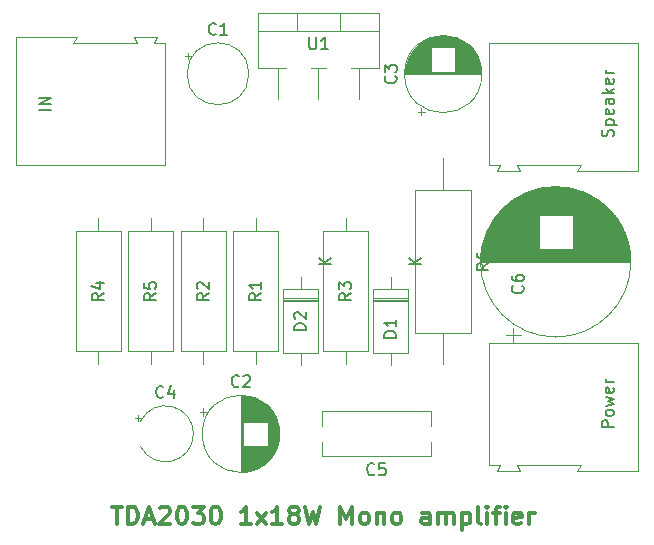
<source format=gbr>
G04 #@! TF.GenerationSoftware,KiCad,Pcbnew,(5.0.0)*
G04 #@! TF.CreationDate,2018-07-25T01:58:25+02:00*
G04 #@! TF.ProjectId,tda2030MonoAmplifier,746461323033304D6F6E6F416D706C69,rev?*
G04 #@! TF.SameCoordinates,Original*
G04 #@! TF.FileFunction,Legend,Top*
G04 #@! TF.FilePolarity,Positive*
%FSLAX46Y46*%
G04 Gerber Fmt 4.6, Leading zero omitted, Abs format (unit mm)*
G04 Created by KiCad (PCBNEW (5.0.0)) date 07/25/18 01:58:25*
%MOMM*%
%LPD*%
G01*
G04 APERTURE LIST*
%ADD10C,0.300000*%
%ADD11C,0.120000*%
%ADD12C,0.150000*%
G04 APERTURE END LIST*
D10*
X114822142Y-140148571D02*
X115679285Y-140148571D01*
X115250714Y-141648571D02*
X115250714Y-140148571D01*
X116179285Y-141648571D02*
X116179285Y-140148571D01*
X116536428Y-140148571D01*
X116750714Y-140220000D01*
X116893571Y-140362857D01*
X116965000Y-140505714D01*
X117036428Y-140791428D01*
X117036428Y-141005714D01*
X116965000Y-141291428D01*
X116893571Y-141434285D01*
X116750714Y-141577142D01*
X116536428Y-141648571D01*
X116179285Y-141648571D01*
X117607857Y-141220000D02*
X118322142Y-141220000D01*
X117465000Y-141648571D02*
X117965000Y-140148571D01*
X118465000Y-141648571D01*
X118893571Y-140291428D02*
X118965000Y-140220000D01*
X119107857Y-140148571D01*
X119465000Y-140148571D01*
X119607857Y-140220000D01*
X119679285Y-140291428D01*
X119750714Y-140434285D01*
X119750714Y-140577142D01*
X119679285Y-140791428D01*
X118822142Y-141648571D01*
X119750714Y-141648571D01*
X120679285Y-140148571D02*
X120822142Y-140148571D01*
X120965000Y-140220000D01*
X121036428Y-140291428D01*
X121107857Y-140434285D01*
X121179285Y-140720000D01*
X121179285Y-141077142D01*
X121107857Y-141362857D01*
X121036428Y-141505714D01*
X120965000Y-141577142D01*
X120822142Y-141648571D01*
X120679285Y-141648571D01*
X120536428Y-141577142D01*
X120465000Y-141505714D01*
X120393571Y-141362857D01*
X120322142Y-141077142D01*
X120322142Y-140720000D01*
X120393571Y-140434285D01*
X120465000Y-140291428D01*
X120536428Y-140220000D01*
X120679285Y-140148571D01*
X121679285Y-140148571D02*
X122607857Y-140148571D01*
X122107857Y-140720000D01*
X122322142Y-140720000D01*
X122465000Y-140791428D01*
X122536428Y-140862857D01*
X122607857Y-141005714D01*
X122607857Y-141362857D01*
X122536428Y-141505714D01*
X122465000Y-141577142D01*
X122322142Y-141648571D01*
X121893571Y-141648571D01*
X121750714Y-141577142D01*
X121679285Y-141505714D01*
X123536428Y-140148571D02*
X123679285Y-140148571D01*
X123822142Y-140220000D01*
X123893571Y-140291428D01*
X123965000Y-140434285D01*
X124036428Y-140720000D01*
X124036428Y-141077142D01*
X123965000Y-141362857D01*
X123893571Y-141505714D01*
X123822142Y-141577142D01*
X123679285Y-141648571D01*
X123536428Y-141648571D01*
X123393571Y-141577142D01*
X123322142Y-141505714D01*
X123250714Y-141362857D01*
X123179285Y-141077142D01*
X123179285Y-140720000D01*
X123250714Y-140434285D01*
X123322142Y-140291428D01*
X123393571Y-140220000D01*
X123536428Y-140148571D01*
X126607857Y-141648571D02*
X125750714Y-141648571D01*
X126179285Y-141648571D02*
X126179285Y-140148571D01*
X126036428Y-140362857D01*
X125893571Y-140505714D01*
X125750714Y-140577142D01*
X127107857Y-141648571D02*
X127893571Y-140648571D01*
X127107857Y-140648571D02*
X127893571Y-141648571D01*
X129250714Y-141648571D02*
X128393571Y-141648571D01*
X128822142Y-141648571D02*
X128822142Y-140148571D01*
X128679285Y-140362857D01*
X128536428Y-140505714D01*
X128393571Y-140577142D01*
X130107857Y-140791428D02*
X129965000Y-140720000D01*
X129893571Y-140648571D01*
X129822142Y-140505714D01*
X129822142Y-140434285D01*
X129893571Y-140291428D01*
X129965000Y-140220000D01*
X130107857Y-140148571D01*
X130393571Y-140148571D01*
X130536428Y-140220000D01*
X130607857Y-140291428D01*
X130679285Y-140434285D01*
X130679285Y-140505714D01*
X130607857Y-140648571D01*
X130536428Y-140720000D01*
X130393571Y-140791428D01*
X130107857Y-140791428D01*
X129965000Y-140862857D01*
X129893571Y-140934285D01*
X129822142Y-141077142D01*
X129822142Y-141362857D01*
X129893571Y-141505714D01*
X129965000Y-141577142D01*
X130107857Y-141648571D01*
X130393571Y-141648571D01*
X130536428Y-141577142D01*
X130607857Y-141505714D01*
X130679285Y-141362857D01*
X130679285Y-141077142D01*
X130607857Y-140934285D01*
X130536428Y-140862857D01*
X130393571Y-140791428D01*
X131179285Y-140148571D02*
X131536428Y-141648571D01*
X131822142Y-140577142D01*
X132107857Y-141648571D01*
X132465000Y-140148571D01*
X134179285Y-141648571D02*
X134179285Y-140148571D01*
X134679285Y-141220000D01*
X135179285Y-140148571D01*
X135179285Y-141648571D01*
X136107857Y-141648571D02*
X135965000Y-141577142D01*
X135893571Y-141505714D01*
X135822142Y-141362857D01*
X135822142Y-140934285D01*
X135893571Y-140791428D01*
X135965000Y-140720000D01*
X136107857Y-140648571D01*
X136322142Y-140648571D01*
X136465000Y-140720000D01*
X136536428Y-140791428D01*
X136607857Y-140934285D01*
X136607857Y-141362857D01*
X136536428Y-141505714D01*
X136465000Y-141577142D01*
X136322142Y-141648571D01*
X136107857Y-141648571D01*
X137250714Y-140648571D02*
X137250714Y-141648571D01*
X137250714Y-140791428D02*
X137322142Y-140720000D01*
X137465000Y-140648571D01*
X137679285Y-140648571D01*
X137822142Y-140720000D01*
X137893571Y-140862857D01*
X137893571Y-141648571D01*
X138822142Y-141648571D02*
X138679285Y-141577142D01*
X138607857Y-141505714D01*
X138536428Y-141362857D01*
X138536428Y-140934285D01*
X138607857Y-140791428D01*
X138679285Y-140720000D01*
X138822142Y-140648571D01*
X139036428Y-140648571D01*
X139179285Y-140720000D01*
X139250714Y-140791428D01*
X139322142Y-140934285D01*
X139322142Y-141362857D01*
X139250714Y-141505714D01*
X139179285Y-141577142D01*
X139036428Y-141648571D01*
X138822142Y-141648571D01*
X141750714Y-141648571D02*
X141750714Y-140862857D01*
X141679285Y-140720000D01*
X141536428Y-140648571D01*
X141250714Y-140648571D01*
X141107857Y-140720000D01*
X141750714Y-141577142D02*
X141607857Y-141648571D01*
X141250714Y-141648571D01*
X141107857Y-141577142D01*
X141036428Y-141434285D01*
X141036428Y-141291428D01*
X141107857Y-141148571D01*
X141250714Y-141077142D01*
X141607857Y-141077142D01*
X141750714Y-141005714D01*
X142465000Y-141648571D02*
X142465000Y-140648571D01*
X142465000Y-140791428D02*
X142536428Y-140720000D01*
X142679285Y-140648571D01*
X142893571Y-140648571D01*
X143036428Y-140720000D01*
X143107857Y-140862857D01*
X143107857Y-141648571D01*
X143107857Y-140862857D02*
X143179285Y-140720000D01*
X143322142Y-140648571D01*
X143536428Y-140648571D01*
X143679285Y-140720000D01*
X143750714Y-140862857D01*
X143750714Y-141648571D01*
X144465000Y-140648571D02*
X144465000Y-142148571D01*
X144465000Y-140720000D02*
X144607857Y-140648571D01*
X144893571Y-140648571D01*
X145036428Y-140720000D01*
X145107857Y-140791428D01*
X145179285Y-140934285D01*
X145179285Y-141362857D01*
X145107857Y-141505714D01*
X145036428Y-141577142D01*
X144893571Y-141648571D01*
X144607857Y-141648571D01*
X144465000Y-141577142D01*
X146036428Y-141648571D02*
X145893571Y-141577142D01*
X145822142Y-141434285D01*
X145822142Y-140148571D01*
X146607857Y-141648571D02*
X146607857Y-140648571D01*
X146607857Y-140148571D02*
X146536428Y-140220000D01*
X146607857Y-140291428D01*
X146679285Y-140220000D01*
X146607857Y-140148571D01*
X146607857Y-140291428D01*
X147107857Y-140648571D02*
X147679285Y-140648571D01*
X147322142Y-141648571D02*
X147322142Y-140362857D01*
X147393571Y-140220000D01*
X147536428Y-140148571D01*
X147679285Y-140148571D01*
X148179285Y-141648571D02*
X148179285Y-140648571D01*
X148179285Y-140148571D02*
X148107857Y-140220000D01*
X148179285Y-140291428D01*
X148250714Y-140220000D01*
X148179285Y-140148571D01*
X148179285Y-140291428D01*
X149465000Y-141577142D02*
X149322142Y-141648571D01*
X149036428Y-141648571D01*
X148893571Y-141577142D01*
X148822142Y-141434285D01*
X148822142Y-140862857D01*
X148893571Y-140720000D01*
X149036428Y-140648571D01*
X149322142Y-140648571D01*
X149465000Y-140720000D01*
X149536428Y-140862857D01*
X149536428Y-141005714D01*
X148822142Y-141148571D01*
X150179285Y-141648571D02*
X150179285Y-140648571D01*
X150179285Y-140934285D02*
X150250714Y-140791428D01*
X150322142Y-140720000D01*
X150465000Y-140648571D01*
X150607857Y-140648571D01*
D11*
G04 #@! TO.C,Speaker*
X159335000Y-100855000D02*
X146735000Y-100855000D01*
X146735000Y-100855000D02*
X146735000Y-111205000D01*
X146735000Y-111205000D02*
X147685000Y-111205000D01*
X147685000Y-111205000D02*
X147435000Y-111705000D01*
X147435000Y-111705000D02*
X149335000Y-111705000D01*
X149335000Y-111705000D02*
X149385000Y-111705000D01*
X149385000Y-111705000D02*
X149135000Y-111205000D01*
X149135000Y-111205000D02*
X154535000Y-111205000D01*
X154535000Y-111205000D02*
X154235000Y-111705000D01*
X154235000Y-111705000D02*
X159335000Y-111705000D01*
X159335000Y-111705000D02*
X159335000Y-100855000D01*
G04 #@! TO.C,C1*
X126425000Y-103505000D02*
G75*
G03X126425000Y-103505000I-2620000J0D01*
G01*
X121000225Y-102030000D02*
X121500225Y-102030000D01*
X121250225Y-101780000D02*
X121250225Y-102280000D01*
G04 #@! TO.C,C2*
X129020000Y-133985000D02*
G75*
G03X129020000Y-133985000I-3270000J0D01*
G01*
X125750000Y-130755000D02*
X125750000Y-137215000D01*
X125790000Y-130755000D02*
X125790000Y-137215000D01*
X125830000Y-130755000D02*
X125830000Y-137215000D01*
X125870000Y-130757000D02*
X125870000Y-137213000D01*
X125910000Y-130758000D02*
X125910000Y-137212000D01*
X125950000Y-130761000D02*
X125950000Y-137209000D01*
X125990000Y-130763000D02*
X125990000Y-132945000D01*
X125990000Y-135025000D02*
X125990000Y-137207000D01*
X126030000Y-130767000D02*
X126030000Y-132945000D01*
X126030000Y-135025000D02*
X126030000Y-137203000D01*
X126070000Y-130770000D02*
X126070000Y-132945000D01*
X126070000Y-135025000D02*
X126070000Y-137200000D01*
X126110000Y-130774000D02*
X126110000Y-132945000D01*
X126110000Y-135025000D02*
X126110000Y-137196000D01*
X126150000Y-130779000D02*
X126150000Y-132945000D01*
X126150000Y-135025000D02*
X126150000Y-137191000D01*
X126190000Y-130784000D02*
X126190000Y-132945000D01*
X126190000Y-135025000D02*
X126190000Y-137186000D01*
X126230000Y-130790000D02*
X126230000Y-132945000D01*
X126230000Y-135025000D02*
X126230000Y-137180000D01*
X126270000Y-130796000D02*
X126270000Y-132945000D01*
X126270000Y-135025000D02*
X126270000Y-137174000D01*
X126310000Y-130803000D02*
X126310000Y-132945000D01*
X126310000Y-135025000D02*
X126310000Y-137167000D01*
X126350000Y-130810000D02*
X126350000Y-132945000D01*
X126350000Y-135025000D02*
X126350000Y-137160000D01*
X126390000Y-130818000D02*
X126390000Y-132945000D01*
X126390000Y-135025000D02*
X126390000Y-137152000D01*
X126430000Y-130826000D02*
X126430000Y-132945000D01*
X126430000Y-135025000D02*
X126430000Y-137144000D01*
X126471000Y-130835000D02*
X126471000Y-132945000D01*
X126471000Y-135025000D02*
X126471000Y-137135000D01*
X126511000Y-130844000D02*
X126511000Y-132945000D01*
X126511000Y-135025000D02*
X126511000Y-137126000D01*
X126551000Y-130854000D02*
X126551000Y-132945000D01*
X126551000Y-135025000D02*
X126551000Y-137116000D01*
X126591000Y-130864000D02*
X126591000Y-132945000D01*
X126591000Y-135025000D02*
X126591000Y-137106000D01*
X126631000Y-130875000D02*
X126631000Y-132945000D01*
X126631000Y-135025000D02*
X126631000Y-137095000D01*
X126671000Y-130887000D02*
X126671000Y-132945000D01*
X126671000Y-135025000D02*
X126671000Y-137083000D01*
X126711000Y-130899000D02*
X126711000Y-132945000D01*
X126711000Y-135025000D02*
X126711000Y-137071000D01*
X126751000Y-130911000D02*
X126751000Y-132945000D01*
X126751000Y-135025000D02*
X126751000Y-137059000D01*
X126791000Y-130924000D02*
X126791000Y-132945000D01*
X126791000Y-135025000D02*
X126791000Y-137046000D01*
X126831000Y-130938000D02*
X126831000Y-132945000D01*
X126831000Y-135025000D02*
X126831000Y-137032000D01*
X126871000Y-130952000D02*
X126871000Y-132945000D01*
X126871000Y-135025000D02*
X126871000Y-137018000D01*
X126911000Y-130967000D02*
X126911000Y-132945000D01*
X126911000Y-135025000D02*
X126911000Y-137003000D01*
X126951000Y-130983000D02*
X126951000Y-132945000D01*
X126951000Y-135025000D02*
X126951000Y-136987000D01*
X126991000Y-130999000D02*
X126991000Y-132945000D01*
X126991000Y-135025000D02*
X126991000Y-136971000D01*
X127031000Y-131015000D02*
X127031000Y-132945000D01*
X127031000Y-135025000D02*
X127031000Y-136955000D01*
X127071000Y-131033000D02*
X127071000Y-132945000D01*
X127071000Y-135025000D02*
X127071000Y-136937000D01*
X127111000Y-131051000D02*
X127111000Y-132945000D01*
X127111000Y-135025000D02*
X127111000Y-136919000D01*
X127151000Y-131069000D02*
X127151000Y-132945000D01*
X127151000Y-135025000D02*
X127151000Y-136901000D01*
X127191000Y-131089000D02*
X127191000Y-132945000D01*
X127191000Y-135025000D02*
X127191000Y-136881000D01*
X127231000Y-131109000D02*
X127231000Y-132945000D01*
X127231000Y-135025000D02*
X127231000Y-136861000D01*
X127271000Y-131129000D02*
X127271000Y-132945000D01*
X127271000Y-135025000D02*
X127271000Y-136841000D01*
X127311000Y-131151000D02*
X127311000Y-132945000D01*
X127311000Y-135025000D02*
X127311000Y-136819000D01*
X127351000Y-131173000D02*
X127351000Y-132945000D01*
X127351000Y-135025000D02*
X127351000Y-136797000D01*
X127391000Y-131195000D02*
X127391000Y-132945000D01*
X127391000Y-135025000D02*
X127391000Y-136775000D01*
X127431000Y-131219000D02*
X127431000Y-132945000D01*
X127431000Y-135025000D02*
X127431000Y-136751000D01*
X127471000Y-131243000D02*
X127471000Y-132945000D01*
X127471000Y-135025000D02*
X127471000Y-136727000D01*
X127511000Y-131269000D02*
X127511000Y-132945000D01*
X127511000Y-135025000D02*
X127511000Y-136701000D01*
X127551000Y-131295000D02*
X127551000Y-132945000D01*
X127551000Y-135025000D02*
X127551000Y-136675000D01*
X127591000Y-131321000D02*
X127591000Y-132945000D01*
X127591000Y-135025000D02*
X127591000Y-136649000D01*
X127631000Y-131349000D02*
X127631000Y-132945000D01*
X127631000Y-135025000D02*
X127631000Y-136621000D01*
X127671000Y-131378000D02*
X127671000Y-132945000D01*
X127671000Y-135025000D02*
X127671000Y-136592000D01*
X127711000Y-131407000D02*
X127711000Y-132945000D01*
X127711000Y-135025000D02*
X127711000Y-136563000D01*
X127751000Y-131437000D02*
X127751000Y-132945000D01*
X127751000Y-135025000D02*
X127751000Y-136533000D01*
X127791000Y-131469000D02*
X127791000Y-132945000D01*
X127791000Y-135025000D02*
X127791000Y-136501000D01*
X127831000Y-131501000D02*
X127831000Y-132945000D01*
X127831000Y-135025000D02*
X127831000Y-136469000D01*
X127871000Y-131535000D02*
X127871000Y-132945000D01*
X127871000Y-135025000D02*
X127871000Y-136435000D01*
X127911000Y-131569000D02*
X127911000Y-132945000D01*
X127911000Y-135025000D02*
X127911000Y-136401000D01*
X127951000Y-131605000D02*
X127951000Y-132945000D01*
X127951000Y-135025000D02*
X127951000Y-136365000D01*
X127991000Y-131642000D02*
X127991000Y-132945000D01*
X127991000Y-135025000D02*
X127991000Y-136328000D01*
X128031000Y-131680000D02*
X128031000Y-132945000D01*
X128031000Y-135025000D02*
X128031000Y-136290000D01*
X128071000Y-131720000D02*
X128071000Y-136250000D01*
X128111000Y-131761000D02*
X128111000Y-136209000D01*
X128151000Y-131803000D02*
X128151000Y-136167000D01*
X128191000Y-131848000D02*
X128191000Y-136122000D01*
X128231000Y-131893000D02*
X128231000Y-136077000D01*
X128271000Y-131941000D02*
X128271000Y-136029000D01*
X128311000Y-131990000D02*
X128311000Y-135980000D01*
X128351000Y-132041000D02*
X128351000Y-135929000D01*
X128391000Y-132095000D02*
X128391000Y-135875000D01*
X128431000Y-132151000D02*
X128431000Y-135819000D01*
X128471000Y-132209000D02*
X128471000Y-135761000D01*
X128511000Y-132271000D02*
X128511000Y-135699000D01*
X128551000Y-132335000D02*
X128551000Y-135635000D01*
X128591000Y-132404000D02*
X128591000Y-135566000D01*
X128631000Y-132476000D02*
X128631000Y-135494000D01*
X128671000Y-132553000D02*
X128671000Y-135417000D01*
X128711000Y-132635000D02*
X128711000Y-135335000D01*
X128751000Y-132723000D02*
X128751000Y-135247000D01*
X128791000Y-132820000D02*
X128791000Y-135150000D01*
X128831000Y-132926000D02*
X128831000Y-135044000D01*
X128871000Y-133045000D02*
X128871000Y-134925000D01*
X128911000Y-133183000D02*
X128911000Y-134787000D01*
X128951000Y-133352000D02*
X128951000Y-134618000D01*
X128991000Y-133583000D02*
X128991000Y-134387000D01*
X122249759Y-132146000D02*
X122879759Y-132146000D01*
X122564759Y-131831000D02*
X122564759Y-132461000D01*
G04 #@! TO.C,C3*
X140721000Y-106710241D02*
X141351000Y-106710241D01*
X141036000Y-107025241D02*
X141036000Y-106395241D01*
X142473000Y-100284000D02*
X143277000Y-100284000D01*
X142242000Y-100324000D02*
X143508000Y-100324000D01*
X142073000Y-100364000D02*
X143677000Y-100364000D01*
X141935000Y-100404000D02*
X143815000Y-100404000D01*
X141816000Y-100444000D02*
X143934000Y-100444000D01*
X141710000Y-100484000D02*
X144040000Y-100484000D01*
X141613000Y-100524000D02*
X144137000Y-100524000D01*
X141525000Y-100564000D02*
X144225000Y-100564000D01*
X141443000Y-100604000D02*
X144307000Y-100604000D01*
X141366000Y-100644000D02*
X144384000Y-100644000D01*
X141294000Y-100684000D02*
X144456000Y-100684000D01*
X141225000Y-100724000D02*
X144525000Y-100724000D01*
X141161000Y-100764000D02*
X144589000Y-100764000D01*
X141099000Y-100804000D02*
X144651000Y-100804000D01*
X141041000Y-100844000D02*
X144709000Y-100844000D01*
X140985000Y-100884000D02*
X144765000Y-100884000D01*
X140931000Y-100924000D02*
X144819000Y-100924000D01*
X140880000Y-100964000D02*
X144870000Y-100964000D01*
X140831000Y-101004000D02*
X144919000Y-101004000D01*
X140783000Y-101044000D02*
X144967000Y-101044000D01*
X140738000Y-101084000D02*
X145012000Y-101084000D01*
X140693000Y-101124000D02*
X145057000Y-101124000D01*
X140651000Y-101164000D02*
X145099000Y-101164000D01*
X140610000Y-101204000D02*
X145140000Y-101204000D01*
X143915000Y-101244000D02*
X145180000Y-101244000D01*
X140570000Y-101244000D02*
X141835000Y-101244000D01*
X143915000Y-101284000D02*
X145218000Y-101284000D01*
X140532000Y-101284000D02*
X141835000Y-101284000D01*
X143915000Y-101324000D02*
X145255000Y-101324000D01*
X140495000Y-101324000D02*
X141835000Y-101324000D01*
X143915000Y-101364000D02*
X145291000Y-101364000D01*
X140459000Y-101364000D02*
X141835000Y-101364000D01*
X143915000Y-101404000D02*
X145325000Y-101404000D01*
X140425000Y-101404000D02*
X141835000Y-101404000D01*
X143915000Y-101444000D02*
X145359000Y-101444000D01*
X140391000Y-101444000D02*
X141835000Y-101444000D01*
X143915000Y-101484000D02*
X145391000Y-101484000D01*
X140359000Y-101484000D02*
X141835000Y-101484000D01*
X143915000Y-101524000D02*
X145423000Y-101524000D01*
X140327000Y-101524000D02*
X141835000Y-101524000D01*
X143915000Y-101564000D02*
X145453000Y-101564000D01*
X140297000Y-101564000D02*
X141835000Y-101564000D01*
X143915000Y-101604000D02*
X145482000Y-101604000D01*
X140268000Y-101604000D02*
X141835000Y-101604000D01*
X143915000Y-101644000D02*
X145511000Y-101644000D01*
X140239000Y-101644000D02*
X141835000Y-101644000D01*
X143915000Y-101684000D02*
X145539000Y-101684000D01*
X140211000Y-101684000D02*
X141835000Y-101684000D01*
X143915000Y-101724000D02*
X145565000Y-101724000D01*
X140185000Y-101724000D02*
X141835000Y-101724000D01*
X143915000Y-101764000D02*
X145591000Y-101764000D01*
X140159000Y-101764000D02*
X141835000Y-101764000D01*
X143915000Y-101804000D02*
X145617000Y-101804000D01*
X140133000Y-101804000D02*
X141835000Y-101804000D01*
X143915000Y-101844000D02*
X145641000Y-101844000D01*
X140109000Y-101844000D02*
X141835000Y-101844000D01*
X143915000Y-101884000D02*
X145665000Y-101884000D01*
X140085000Y-101884000D02*
X141835000Y-101884000D01*
X143915000Y-101924000D02*
X145687000Y-101924000D01*
X140063000Y-101924000D02*
X141835000Y-101924000D01*
X143915000Y-101964000D02*
X145709000Y-101964000D01*
X140041000Y-101964000D02*
X141835000Y-101964000D01*
X143915000Y-102004000D02*
X145731000Y-102004000D01*
X140019000Y-102004000D02*
X141835000Y-102004000D01*
X143915000Y-102044000D02*
X145751000Y-102044000D01*
X139999000Y-102044000D02*
X141835000Y-102044000D01*
X143915000Y-102084000D02*
X145771000Y-102084000D01*
X139979000Y-102084000D02*
X141835000Y-102084000D01*
X143915000Y-102124000D02*
X145791000Y-102124000D01*
X139959000Y-102124000D02*
X141835000Y-102124000D01*
X143915000Y-102164000D02*
X145809000Y-102164000D01*
X139941000Y-102164000D02*
X141835000Y-102164000D01*
X143915000Y-102204000D02*
X145827000Y-102204000D01*
X139923000Y-102204000D02*
X141835000Y-102204000D01*
X143915000Y-102244000D02*
X145845000Y-102244000D01*
X139905000Y-102244000D02*
X141835000Y-102244000D01*
X143915000Y-102284000D02*
X145861000Y-102284000D01*
X139889000Y-102284000D02*
X141835000Y-102284000D01*
X143915000Y-102324000D02*
X145877000Y-102324000D01*
X139873000Y-102324000D02*
X141835000Y-102324000D01*
X143915000Y-102364000D02*
X145893000Y-102364000D01*
X139857000Y-102364000D02*
X141835000Y-102364000D01*
X143915000Y-102404000D02*
X145908000Y-102404000D01*
X139842000Y-102404000D02*
X141835000Y-102404000D01*
X143915000Y-102444000D02*
X145922000Y-102444000D01*
X139828000Y-102444000D02*
X141835000Y-102444000D01*
X143915000Y-102484000D02*
X145936000Y-102484000D01*
X139814000Y-102484000D02*
X141835000Y-102484000D01*
X143915000Y-102524000D02*
X145949000Y-102524000D01*
X139801000Y-102524000D02*
X141835000Y-102524000D01*
X143915000Y-102564000D02*
X145961000Y-102564000D01*
X139789000Y-102564000D02*
X141835000Y-102564000D01*
X143915000Y-102604000D02*
X145973000Y-102604000D01*
X139777000Y-102604000D02*
X141835000Y-102604000D01*
X143915000Y-102644000D02*
X145985000Y-102644000D01*
X139765000Y-102644000D02*
X141835000Y-102644000D01*
X143915000Y-102684000D02*
X145996000Y-102684000D01*
X139754000Y-102684000D02*
X141835000Y-102684000D01*
X143915000Y-102724000D02*
X146006000Y-102724000D01*
X139744000Y-102724000D02*
X141835000Y-102724000D01*
X143915000Y-102764000D02*
X146016000Y-102764000D01*
X139734000Y-102764000D02*
X141835000Y-102764000D01*
X143915000Y-102804000D02*
X146025000Y-102804000D01*
X139725000Y-102804000D02*
X141835000Y-102804000D01*
X143915000Y-102845000D02*
X146034000Y-102845000D01*
X139716000Y-102845000D02*
X141835000Y-102845000D01*
X143915000Y-102885000D02*
X146042000Y-102885000D01*
X139708000Y-102885000D02*
X141835000Y-102885000D01*
X143915000Y-102925000D02*
X146050000Y-102925000D01*
X139700000Y-102925000D02*
X141835000Y-102925000D01*
X143915000Y-102965000D02*
X146057000Y-102965000D01*
X139693000Y-102965000D02*
X141835000Y-102965000D01*
X143915000Y-103005000D02*
X146064000Y-103005000D01*
X139686000Y-103005000D02*
X141835000Y-103005000D01*
X143915000Y-103045000D02*
X146070000Y-103045000D01*
X139680000Y-103045000D02*
X141835000Y-103045000D01*
X143915000Y-103085000D02*
X146076000Y-103085000D01*
X139674000Y-103085000D02*
X141835000Y-103085000D01*
X143915000Y-103125000D02*
X146081000Y-103125000D01*
X139669000Y-103125000D02*
X141835000Y-103125000D01*
X143915000Y-103165000D02*
X146086000Y-103165000D01*
X139664000Y-103165000D02*
X141835000Y-103165000D01*
X143915000Y-103205000D02*
X146090000Y-103205000D01*
X139660000Y-103205000D02*
X141835000Y-103205000D01*
X143915000Y-103245000D02*
X146093000Y-103245000D01*
X139657000Y-103245000D02*
X141835000Y-103245000D01*
X143915000Y-103285000D02*
X146097000Y-103285000D01*
X139653000Y-103285000D02*
X141835000Y-103285000D01*
X139651000Y-103325000D02*
X146099000Y-103325000D01*
X139648000Y-103365000D02*
X146102000Y-103365000D01*
X139647000Y-103405000D02*
X146103000Y-103405000D01*
X139645000Y-103445000D02*
X146105000Y-103445000D01*
X139645000Y-103485000D02*
X146105000Y-103485000D01*
X139645000Y-103525000D02*
X146105000Y-103525000D01*
X146145000Y-103525000D02*
G75*
G03X146145000Y-103525000I-3270000J0D01*
G01*
G04 #@! TO.C,C4*
X117240260Y-135045000D02*
G75*
G03X117240259Y-132925000I2119740J1060000D01*
G01*
X116822712Y-132650000D02*
X117272712Y-132650000D01*
X117047712Y-132425000D02*
X117047712Y-132875000D01*
G04 #@! TO.C,C5*
X141840000Y-135905000D02*
X132600000Y-135905000D01*
X141840000Y-132065000D02*
X132600000Y-132065000D01*
X141840000Y-135905000D02*
X141840000Y-134650000D01*
X141840000Y-133320000D02*
X141840000Y-132065000D01*
X132600000Y-135905000D02*
X132600000Y-134650000D01*
X132600000Y-133320000D02*
X132600000Y-132065000D01*
G04 #@! TO.C,C6*
X158770000Y-119420000D02*
G75*
G03X158770000Y-119420000I-6370000J0D01*
G01*
X146070000Y-119420000D02*
X158730000Y-119420000D01*
X146070000Y-119380000D02*
X158730000Y-119380000D01*
X146070000Y-119340000D02*
X158730000Y-119340000D01*
X146071000Y-119300000D02*
X158729000Y-119300000D01*
X146072000Y-119260000D02*
X158728000Y-119260000D01*
X146073000Y-119220000D02*
X158727000Y-119220000D01*
X146074000Y-119180000D02*
X158726000Y-119180000D01*
X146076000Y-119140000D02*
X158724000Y-119140000D01*
X146078000Y-119100000D02*
X158722000Y-119100000D01*
X146080000Y-119060000D02*
X158720000Y-119060000D01*
X146082000Y-119020000D02*
X158718000Y-119020000D01*
X146085000Y-118980000D02*
X158715000Y-118980000D01*
X146088000Y-118940000D02*
X158712000Y-118940000D01*
X146091000Y-118900000D02*
X158709000Y-118900000D01*
X146094000Y-118860000D02*
X158706000Y-118860000D01*
X146098000Y-118820000D02*
X158702000Y-118820000D01*
X146102000Y-118780000D02*
X158698000Y-118780000D01*
X146106000Y-118740000D02*
X158694000Y-118740000D01*
X146110000Y-118699000D02*
X158690000Y-118699000D01*
X146115000Y-118659000D02*
X158685000Y-118659000D01*
X146120000Y-118619000D02*
X158680000Y-118619000D01*
X146125000Y-118579000D02*
X158675000Y-118579000D01*
X146131000Y-118539000D02*
X158669000Y-118539000D01*
X146136000Y-118499000D02*
X158664000Y-118499000D01*
X146142000Y-118459000D02*
X158658000Y-118459000D01*
X146148000Y-118419000D02*
X158652000Y-118419000D01*
X146155000Y-118379000D02*
X158645000Y-118379000D01*
X146162000Y-118339000D02*
X150960000Y-118339000D01*
X153840000Y-118339000D02*
X158638000Y-118339000D01*
X146169000Y-118299000D02*
X150960000Y-118299000D01*
X153840000Y-118299000D02*
X158631000Y-118299000D01*
X146176000Y-118259000D02*
X150960000Y-118259000D01*
X153840000Y-118259000D02*
X158624000Y-118259000D01*
X146184000Y-118219000D02*
X150960000Y-118219000D01*
X153840000Y-118219000D02*
X158616000Y-118219000D01*
X146191000Y-118179000D02*
X150960000Y-118179000D01*
X153840000Y-118179000D02*
X158609000Y-118179000D01*
X146199000Y-118139000D02*
X150960000Y-118139000D01*
X153840000Y-118139000D02*
X158601000Y-118139000D01*
X146208000Y-118099000D02*
X150960000Y-118099000D01*
X153840000Y-118099000D02*
X158592000Y-118099000D01*
X146216000Y-118059000D02*
X150960000Y-118059000D01*
X153840000Y-118059000D02*
X158584000Y-118059000D01*
X146225000Y-118019000D02*
X150960000Y-118019000D01*
X153840000Y-118019000D02*
X158575000Y-118019000D01*
X146234000Y-117979000D02*
X150960000Y-117979000D01*
X153840000Y-117979000D02*
X158566000Y-117979000D01*
X146244000Y-117939000D02*
X150960000Y-117939000D01*
X153840000Y-117939000D02*
X158556000Y-117939000D01*
X146254000Y-117899000D02*
X150960000Y-117899000D01*
X153840000Y-117899000D02*
X158546000Y-117899000D01*
X146263000Y-117859000D02*
X150960000Y-117859000D01*
X153840000Y-117859000D02*
X158537000Y-117859000D01*
X146274000Y-117819000D02*
X150960000Y-117819000D01*
X153840000Y-117819000D02*
X158526000Y-117819000D01*
X146284000Y-117779000D02*
X150960000Y-117779000D01*
X153840000Y-117779000D02*
X158516000Y-117779000D01*
X146295000Y-117739000D02*
X150960000Y-117739000D01*
X153840000Y-117739000D02*
X158505000Y-117739000D01*
X146306000Y-117699000D02*
X150960000Y-117699000D01*
X153840000Y-117699000D02*
X158494000Y-117699000D01*
X146317000Y-117659000D02*
X150960000Y-117659000D01*
X153840000Y-117659000D02*
X158483000Y-117659000D01*
X146329000Y-117619000D02*
X150960000Y-117619000D01*
X153840000Y-117619000D02*
X158471000Y-117619000D01*
X146341000Y-117579000D02*
X150960000Y-117579000D01*
X153840000Y-117579000D02*
X158459000Y-117579000D01*
X146353000Y-117539000D02*
X150960000Y-117539000D01*
X153840000Y-117539000D02*
X158447000Y-117539000D01*
X146366000Y-117499000D02*
X150960000Y-117499000D01*
X153840000Y-117499000D02*
X158434000Y-117499000D01*
X146379000Y-117459000D02*
X150960000Y-117459000D01*
X153840000Y-117459000D02*
X158421000Y-117459000D01*
X146392000Y-117419000D02*
X150960000Y-117419000D01*
X153840000Y-117419000D02*
X158408000Y-117419000D01*
X146405000Y-117379000D02*
X150960000Y-117379000D01*
X153840000Y-117379000D02*
X158395000Y-117379000D01*
X146419000Y-117339000D02*
X150960000Y-117339000D01*
X153840000Y-117339000D02*
X158381000Y-117339000D01*
X146433000Y-117299000D02*
X150960000Y-117299000D01*
X153840000Y-117299000D02*
X158367000Y-117299000D01*
X146447000Y-117259000D02*
X150960000Y-117259000D01*
X153840000Y-117259000D02*
X158353000Y-117259000D01*
X146461000Y-117219000D02*
X150960000Y-117219000D01*
X153840000Y-117219000D02*
X158339000Y-117219000D01*
X146476000Y-117179000D02*
X150960000Y-117179000D01*
X153840000Y-117179000D02*
X158324000Y-117179000D01*
X146492000Y-117139000D02*
X150960000Y-117139000D01*
X153840000Y-117139000D02*
X158308000Y-117139000D01*
X146507000Y-117099000D02*
X150960000Y-117099000D01*
X153840000Y-117099000D02*
X158293000Y-117099000D01*
X146523000Y-117059000D02*
X150960000Y-117059000D01*
X153840000Y-117059000D02*
X158277000Y-117059000D01*
X146539000Y-117019000D02*
X150960000Y-117019000D01*
X153840000Y-117019000D02*
X158261000Y-117019000D01*
X146555000Y-116979000D02*
X150960000Y-116979000D01*
X153840000Y-116979000D02*
X158245000Y-116979000D01*
X146572000Y-116939000D02*
X150960000Y-116939000D01*
X153840000Y-116939000D02*
X158228000Y-116939000D01*
X146589000Y-116899000D02*
X150960000Y-116899000D01*
X153840000Y-116899000D02*
X158211000Y-116899000D01*
X146607000Y-116859000D02*
X150960000Y-116859000D01*
X153840000Y-116859000D02*
X158193000Y-116859000D01*
X146624000Y-116819000D02*
X150960000Y-116819000D01*
X153840000Y-116819000D02*
X158176000Y-116819000D01*
X146642000Y-116779000D02*
X150960000Y-116779000D01*
X153840000Y-116779000D02*
X158158000Y-116779000D01*
X146661000Y-116739000D02*
X150960000Y-116739000D01*
X153840000Y-116739000D02*
X158139000Y-116739000D01*
X146679000Y-116699000D02*
X150960000Y-116699000D01*
X153840000Y-116699000D02*
X158121000Y-116699000D01*
X146698000Y-116659000D02*
X150960000Y-116659000D01*
X153840000Y-116659000D02*
X158102000Y-116659000D01*
X146718000Y-116619000D02*
X150960000Y-116619000D01*
X153840000Y-116619000D02*
X158082000Y-116619000D01*
X146738000Y-116579000D02*
X150960000Y-116579000D01*
X153840000Y-116579000D02*
X158062000Y-116579000D01*
X146758000Y-116539000D02*
X150960000Y-116539000D01*
X153840000Y-116539000D02*
X158042000Y-116539000D01*
X146778000Y-116499000D02*
X150960000Y-116499000D01*
X153840000Y-116499000D02*
X158022000Y-116499000D01*
X146799000Y-116459000D02*
X150960000Y-116459000D01*
X153840000Y-116459000D02*
X158001000Y-116459000D01*
X146820000Y-116419000D02*
X150960000Y-116419000D01*
X153840000Y-116419000D02*
X157980000Y-116419000D01*
X146842000Y-116379000D02*
X150960000Y-116379000D01*
X153840000Y-116379000D02*
X157958000Y-116379000D01*
X146864000Y-116339000D02*
X150960000Y-116339000D01*
X153840000Y-116339000D02*
X157936000Y-116339000D01*
X146886000Y-116299000D02*
X150960000Y-116299000D01*
X153840000Y-116299000D02*
X157914000Y-116299000D01*
X146909000Y-116259000D02*
X150960000Y-116259000D01*
X153840000Y-116259000D02*
X157891000Y-116259000D01*
X146932000Y-116219000D02*
X150960000Y-116219000D01*
X153840000Y-116219000D02*
X157868000Y-116219000D01*
X146955000Y-116179000D02*
X150960000Y-116179000D01*
X153840000Y-116179000D02*
X157845000Y-116179000D01*
X146979000Y-116139000D02*
X150960000Y-116139000D01*
X153840000Y-116139000D02*
X157821000Y-116139000D01*
X147003000Y-116099000D02*
X150960000Y-116099000D01*
X153840000Y-116099000D02*
X157797000Y-116099000D01*
X147028000Y-116059000D02*
X150960000Y-116059000D01*
X153840000Y-116059000D02*
X157772000Y-116059000D01*
X147053000Y-116019000D02*
X150960000Y-116019000D01*
X153840000Y-116019000D02*
X157747000Y-116019000D01*
X147078000Y-115979000D02*
X150960000Y-115979000D01*
X153840000Y-115979000D02*
X157722000Y-115979000D01*
X147104000Y-115939000D02*
X150960000Y-115939000D01*
X153840000Y-115939000D02*
X157696000Y-115939000D01*
X147130000Y-115899000D02*
X150960000Y-115899000D01*
X153840000Y-115899000D02*
X157670000Y-115899000D01*
X147157000Y-115859000D02*
X150960000Y-115859000D01*
X153840000Y-115859000D02*
X157643000Y-115859000D01*
X147184000Y-115819000D02*
X150960000Y-115819000D01*
X153840000Y-115819000D02*
X157616000Y-115819000D01*
X147212000Y-115779000D02*
X150960000Y-115779000D01*
X153840000Y-115779000D02*
X157588000Y-115779000D01*
X147240000Y-115739000D02*
X150960000Y-115739000D01*
X153840000Y-115739000D02*
X157560000Y-115739000D01*
X147269000Y-115699000D02*
X150960000Y-115699000D01*
X153840000Y-115699000D02*
X157531000Y-115699000D01*
X147298000Y-115659000D02*
X150960000Y-115659000D01*
X153840000Y-115659000D02*
X157502000Y-115659000D01*
X147327000Y-115619000D02*
X150960000Y-115619000D01*
X153840000Y-115619000D02*
X157473000Y-115619000D01*
X147357000Y-115579000D02*
X150960000Y-115579000D01*
X153840000Y-115579000D02*
X157443000Y-115579000D01*
X147388000Y-115539000D02*
X150960000Y-115539000D01*
X153840000Y-115539000D02*
X157412000Y-115539000D01*
X147418000Y-115499000D02*
X150960000Y-115499000D01*
X153840000Y-115499000D02*
X157382000Y-115499000D01*
X147450000Y-115459000D02*
X157350000Y-115459000D01*
X147482000Y-115419000D02*
X157318000Y-115419000D01*
X147515000Y-115379000D02*
X157285000Y-115379000D01*
X147548000Y-115339000D02*
X157252000Y-115339000D01*
X147581000Y-115299000D02*
X157219000Y-115299000D01*
X147615000Y-115259000D02*
X157185000Y-115259000D01*
X147650000Y-115219000D02*
X157150000Y-115219000D01*
X147686000Y-115179000D02*
X157114000Y-115179000D01*
X147722000Y-115139000D02*
X157078000Y-115139000D01*
X147758000Y-115099000D02*
X157042000Y-115099000D01*
X147795000Y-115059000D02*
X157005000Y-115059000D01*
X147833000Y-115019000D02*
X156967000Y-115019000D01*
X147872000Y-114979000D02*
X156928000Y-114979000D01*
X147911000Y-114939000D02*
X156889000Y-114939000D01*
X147951000Y-114899000D02*
X156849000Y-114899000D01*
X147992000Y-114859000D02*
X156808000Y-114859000D01*
X148033000Y-114819000D02*
X156767000Y-114819000D01*
X148075000Y-114779000D02*
X156725000Y-114779000D01*
X148118000Y-114739000D02*
X156682000Y-114739000D01*
X148162000Y-114699000D02*
X156638000Y-114699000D01*
X148206000Y-114659000D02*
X156594000Y-114659000D01*
X148252000Y-114619000D02*
X156548000Y-114619000D01*
X148298000Y-114579000D02*
X156502000Y-114579000D01*
X148345000Y-114539000D02*
X156455000Y-114539000D01*
X148393000Y-114499000D02*
X156407000Y-114499000D01*
X148443000Y-114459000D02*
X156357000Y-114459000D01*
X148493000Y-114419000D02*
X156307000Y-114419000D01*
X148544000Y-114379000D02*
X156256000Y-114379000D01*
X148596000Y-114339000D02*
X156204000Y-114339000D01*
X148650000Y-114299000D02*
X156150000Y-114299000D01*
X148704000Y-114259000D02*
X156096000Y-114259000D01*
X148760000Y-114219000D02*
X156040000Y-114219000D01*
X148817000Y-114179000D02*
X155983000Y-114179000D01*
X148876000Y-114139000D02*
X155924000Y-114139000D01*
X148936000Y-114099000D02*
X155864000Y-114099000D01*
X148998000Y-114059000D02*
X155802000Y-114059000D01*
X149061000Y-114019000D02*
X155739000Y-114019000D01*
X149125000Y-113979000D02*
X155675000Y-113979000D01*
X149192000Y-113939000D02*
X155608000Y-113939000D01*
X149260000Y-113899000D02*
X155540000Y-113899000D01*
X149331000Y-113859000D02*
X155469000Y-113859000D01*
X149404000Y-113819000D02*
X155396000Y-113819000D01*
X149479000Y-113779000D02*
X155321000Y-113779000D01*
X149556000Y-113739000D02*
X155244000Y-113739000D01*
X149636000Y-113699000D02*
X155164000Y-113699000D01*
X149719000Y-113659000D02*
X155081000Y-113659000D01*
X149806000Y-113619000D02*
X154994000Y-113619000D01*
X149896000Y-113579000D02*
X154904000Y-113579000D01*
X149990000Y-113539000D02*
X154810000Y-113539000D01*
X150088000Y-113499000D02*
X154712000Y-113499000D01*
X150191000Y-113459000D02*
X154609000Y-113459000D01*
X150300000Y-113419000D02*
X154500000Y-113419000D01*
X150416000Y-113379000D02*
X154384000Y-113379000D01*
X150539000Y-113339000D02*
X154261000Y-113339000D01*
X150672000Y-113299000D02*
X154128000Y-113299000D01*
X150817000Y-113259000D02*
X153983000Y-113259000D01*
X150978000Y-113219000D02*
X153822000Y-113219000D01*
X151159000Y-113179000D02*
X153641000Y-113179000D01*
X151372000Y-113139000D02*
X153428000Y-113139000D01*
X151643000Y-113099000D02*
X153157000Y-113099000D01*
X152083000Y-113059000D02*
X152717000Y-113059000D01*
X148825000Y-126237082D02*
X148825000Y-124987082D01*
X148200000Y-125612082D02*
X149450000Y-125612082D01*
G04 #@! TO.C,D1*
X139900000Y-122520000D02*
X136960000Y-122520000D01*
X139900000Y-122760000D02*
X136960000Y-122760000D01*
X139900000Y-122640000D02*
X136960000Y-122640000D01*
X138430000Y-128200000D02*
X138430000Y-127180000D01*
X138430000Y-120720000D02*
X138430000Y-121740000D01*
X139900000Y-127180000D02*
X139900000Y-121740000D01*
X136960000Y-127180000D02*
X139900000Y-127180000D01*
X136960000Y-121740000D02*
X136960000Y-127180000D01*
X139900000Y-121740000D02*
X136960000Y-121740000D01*
G04 #@! TO.C,D2*
X132280000Y-121740000D02*
X129340000Y-121740000D01*
X129340000Y-121740000D02*
X129340000Y-127180000D01*
X129340000Y-127180000D02*
X132280000Y-127180000D01*
X132280000Y-127180000D02*
X132280000Y-121740000D01*
X130810000Y-120720000D02*
X130810000Y-121740000D01*
X130810000Y-128200000D02*
X130810000Y-127180000D01*
X132280000Y-122640000D02*
X129340000Y-122640000D01*
X132280000Y-122760000D02*
X129340000Y-122760000D01*
X132280000Y-122520000D02*
X129340000Y-122520000D01*
G04 #@! TO.C,IN*
X106730000Y-111235000D02*
X119330000Y-111235000D01*
X119330000Y-111235000D02*
X119330000Y-100885000D01*
X119330000Y-100885000D02*
X118380000Y-100885000D01*
X118380000Y-100885000D02*
X118630000Y-100385000D01*
X118630000Y-100385000D02*
X116730000Y-100385000D01*
X116730000Y-100385000D02*
X116680000Y-100385000D01*
X116680000Y-100385000D02*
X116930000Y-100885000D01*
X116930000Y-100885000D02*
X111530000Y-100885000D01*
X111530000Y-100885000D02*
X111830000Y-100385000D01*
X111830000Y-100385000D02*
X106730000Y-100385000D01*
X106730000Y-100385000D02*
X106730000Y-111235000D01*
G04 #@! TO.C,Power*
X159335000Y-137105000D02*
X159335000Y-126255000D01*
X154235000Y-137105000D02*
X159335000Y-137105000D01*
X154535000Y-136605000D02*
X154235000Y-137105000D01*
X149135000Y-136605000D02*
X154535000Y-136605000D01*
X149385000Y-137105000D02*
X149135000Y-136605000D01*
X149335000Y-137105000D02*
X149385000Y-137105000D01*
X147435000Y-137105000D02*
X149335000Y-137105000D01*
X147685000Y-136605000D02*
X147435000Y-137105000D01*
X146735000Y-136605000D02*
X147685000Y-136605000D01*
X146735000Y-126255000D02*
X146735000Y-136605000D01*
X159335000Y-126255000D02*
X146735000Y-126255000D01*
G04 #@! TO.C,R1*
X127000000Y-128100000D02*
X127000000Y-126990000D01*
X127000000Y-115740000D02*
X127000000Y-116850000D01*
X128920000Y-126990000D02*
X128920000Y-116850000D01*
X125080000Y-126990000D02*
X128920000Y-126990000D01*
X125080000Y-116850000D02*
X125080000Y-126990000D01*
X128920000Y-116850000D02*
X125080000Y-116850000D01*
G04 #@! TO.C,R2*
X120635000Y-126990000D02*
X124475000Y-126990000D01*
X124475000Y-126990000D02*
X124475000Y-116850000D01*
X124475000Y-116850000D02*
X120635000Y-116850000D01*
X120635000Y-116850000D02*
X120635000Y-126990000D01*
X122555000Y-128100000D02*
X122555000Y-126990000D01*
X122555000Y-115740000D02*
X122555000Y-116850000D01*
G04 #@! TO.C,R3*
X136540000Y-116850000D02*
X132700000Y-116850000D01*
X132700000Y-116850000D02*
X132700000Y-126990000D01*
X132700000Y-126990000D02*
X136540000Y-126990000D01*
X136540000Y-126990000D02*
X136540000Y-116850000D01*
X134620000Y-115740000D02*
X134620000Y-116850000D01*
X134620000Y-128100000D02*
X134620000Y-126990000D01*
G04 #@! TO.C,R4*
X113665000Y-115740000D02*
X113665000Y-116850000D01*
X113665000Y-128100000D02*
X113665000Y-126990000D01*
X111745000Y-116850000D02*
X111745000Y-126990000D01*
X115585000Y-116850000D02*
X111745000Y-116850000D01*
X115585000Y-126990000D02*
X115585000Y-116850000D01*
X111745000Y-126990000D02*
X115585000Y-126990000D01*
G04 #@! TO.C,R5*
X120030000Y-116850000D02*
X116190000Y-116850000D01*
X116190000Y-116850000D02*
X116190000Y-126990000D01*
X116190000Y-126990000D02*
X120030000Y-126990000D01*
X120030000Y-126990000D02*
X120030000Y-116850000D01*
X118110000Y-115740000D02*
X118110000Y-116850000D01*
X118110000Y-128100000D02*
X118110000Y-126990000D01*
G04 #@! TO.C,R6*
X145245000Y-113310000D02*
X140505000Y-113310000D01*
X140505000Y-113310000D02*
X140505000Y-125450000D01*
X140505000Y-125450000D02*
X145245000Y-125450000D01*
X145245000Y-125450000D02*
X145245000Y-113310000D01*
X142875000Y-110660000D02*
X142875000Y-113310000D01*
X142875000Y-128100000D02*
X142875000Y-125450000D01*
G04 #@! TO.C,U1*
X127184000Y-98360000D02*
X137425000Y-98360000D01*
X127184000Y-103001000D02*
X129540000Y-103001000D01*
X131670000Y-103001000D02*
X132940000Y-103001000D01*
X135070000Y-103001000D02*
X137425000Y-103001000D01*
X127184000Y-98360000D02*
X127184000Y-103001000D01*
X137425000Y-98360000D02*
X137425000Y-103001000D01*
X127184000Y-99869000D02*
X137425000Y-99869000D01*
X130455000Y-98360000D02*
X130455000Y-99869000D01*
X134155000Y-98360000D02*
X134155000Y-99869000D01*
X128905000Y-103001000D02*
X128905000Y-105631000D01*
X132305000Y-103001000D02*
X132305000Y-105615000D01*
X135705000Y-103001000D02*
X135705000Y-105615000D01*
G04 #@! TO.C,Speaker*
D12*
X157249761Y-108806904D02*
X157297380Y-108664047D01*
X157297380Y-108425952D01*
X157249761Y-108330714D01*
X157202142Y-108283095D01*
X157106904Y-108235476D01*
X157011666Y-108235476D01*
X156916428Y-108283095D01*
X156868809Y-108330714D01*
X156821190Y-108425952D01*
X156773571Y-108616428D01*
X156725952Y-108711666D01*
X156678333Y-108759285D01*
X156583095Y-108806904D01*
X156487857Y-108806904D01*
X156392619Y-108759285D01*
X156345000Y-108711666D01*
X156297380Y-108616428D01*
X156297380Y-108378333D01*
X156345000Y-108235476D01*
X156630714Y-107806904D02*
X157630714Y-107806904D01*
X156678333Y-107806904D02*
X156630714Y-107711666D01*
X156630714Y-107521190D01*
X156678333Y-107425952D01*
X156725952Y-107378333D01*
X156821190Y-107330714D01*
X157106904Y-107330714D01*
X157202142Y-107378333D01*
X157249761Y-107425952D01*
X157297380Y-107521190D01*
X157297380Y-107711666D01*
X157249761Y-107806904D01*
X157249761Y-106521190D02*
X157297380Y-106616428D01*
X157297380Y-106806904D01*
X157249761Y-106902142D01*
X157154523Y-106949761D01*
X156773571Y-106949761D01*
X156678333Y-106902142D01*
X156630714Y-106806904D01*
X156630714Y-106616428D01*
X156678333Y-106521190D01*
X156773571Y-106473571D01*
X156868809Y-106473571D01*
X156964047Y-106949761D01*
X157297380Y-105616428D02*
X156773571Y-105616428D01*
X156678333Y-105664047D01*
X156630714Y-105759285D01*
X156630714Y-105949761D01*
X156678333Y-106045000D01*
X157249761Y-105616428D02*
X157297380Y-105711666D01*
X157297380Y-105949761D01*
X157249761Y-106045000D01*
X157154523Y-106092619D01*
X157059285Y-106092619D01*
X156964047Y-106045000D01*
X156916428Y-105949761D01*
X156916428Y-105711666D01*
X156868809Y-105616428D01*
X157297380Y-105140238D02*
X156297380Y-105140238D01*
X156916428Y-105045000D02*
X157297380Y-104759285D01*
X156630714Y-104759285D02*
X157011666Y-105140238D01*
X157249761Y-103949761D02*
X157297380Y-104045000D01*
X157297380Y-104235476D01*
X157249761Y-104330714D01*
X157154523Y-104378333D01*
X156773571Y-104378333D01*
X156678333Y-104330714D01*
X156630714Y-104235476D01*
X156630714Y-104045000D01*
X156678333Y-103949761D01*
X156773571Y-103902142D01*
X156868809Y-103902142D01*
X156964047Y-104378333D01*
X157297380Y-103473571D02*
X156630714Y-103473571D01*
X156821190Y-103473571D02*
X156725952Y-103425952D01*
X156678333Y-103378333D01*
X156630714Y-103283095D01*
X156630714Y-103187857D01*
G04 #@! TO.C,C1*
X123638333Y-100112142D02*
X123590714Y-100159761D01*
X123447857Y-100207380D01*
X123352619Y-100207380D01*
X123209761Y-100159761D01*
X123114523Y-100064523D01*
X123066904Y-99969285D01*
X123019285Y-99778809D01*
X123019285Y-99635952D01*
X123066904Y-99445476D01*
X123114523Y-99350238D01*
X123209761Y-99255000D01*
X123352619Y-99207380D01*
X123447857Y-99207380D01*
X123590714Y-99255000D01*
X123638333Y-99302619D01*
X124590714Y-100207380D02*
X124019285Y-100207380D01*
X124305000Y-100207380D02*
X124305000Y-99207380D01*
X124209761Y-99350238D01*
X124114523Y-99445476D01*
X124019285Y-99493095D01*
G04 #@! TO.C,C2*
X125583333Y-129942142D02*
X125535714Y-129989761D01*
X125392857Y-130037380D01*
X125297619Y-130037380D01*
X125154761Y-129989761D01*
X125059523Y-129894523D01*
X125011904Y-129799285D01*
X124964285Y-129608809D01*
X124964285Y-129465952D01*
X125011904Y-129275476D01*
X125059523Y-129180238D01*
X125154761Y-129085000D01*
X125297619Y-129037380D01*
X125392857Y-129037380D01*
X125535714Y-129085000D01*
X125583333Y-129132619D01*
X125964285Y-129132619D02*
X126011904Y-129085000D01*
X126107142Y-129037380D01*
X126345238Y-129037380D01*
X126440476Y-129085000D01*
X126488095Y-129132619D01*
X126535714Y-129227857D01*
X126535714Y-129323095D01*
X126488095Y-129465952D01*
X125916666Y-130037380D01*
X126535714Y-130037380D01*
G04 #@! TO.C,C3*
X138832142Y-103691666D02*
X138879761Y-103739285D01*
X138927380Y-103882142D01*
X138927380Y-103977380D01*
X138879761Y-104120238D01*
X138784523Y-104215476D01*
X138689285Y-104263095D01*
X138498809Y-104310714D01*
X138355952Y-104310714D01*
X138165476Y-104263095D01*
X138070238Y-104215476D01*
X137975000Y-104120238D01*
X137927380Y-103977380D01*
X137927380Y-103882142D01*
X137975000Y-103739285D01*
X138022619Y-103691666D01*
X137927380Y-103358333D02*
X137927380Y-102739285D01*
X138308333Y-103072619D01*
X138308333Y-102929761D01*
X138355952Y-102834523D01*
X138403571Y-102786904D01*
X138498809Y-102739285D01*
X138736904Y-102739285D01*
X138832142Y-102786904D01*
X138879761Y-102834523D01*
X138927380Y-102929761D01*
X138927380Y-103215476D01*
X138879761Y-103310714D01*
X138832142Y-103358333D01*
G04 #@! TO.C,C4*
X119193333Y-130842142D02*
X119145714Y-130889761D01*
X119002857Y-130937380D01*
X118907619Y-130937380D01*
X118764761Y-130889761D01*
X118669523Y-130794523D01*
X118621904Y-130699285D01*
X118574285Y-130508809D01*
X118574285Y-130365952D01*
X118621904Y-130175476D01*
X118669523Y-130080238D01*
X118764761Y-129985000D01*
X118907619Y-129937380D01*
X119002857Y-129937380D01*
X119145714Y-129985000D01*
X119193333Y-130032619D01*
X120050476Y-130270714D02*
X120050476Y-130937380D01*
X119812380Y-129889761D02*
X119574285Y-130604047D01*
X120193333Y-130604047D01*
G04 #@! TO.C,C5*
X137053333Y-137392142D02*
X137005714Y-137439761D01*
X136862857Y-137487380D01*
X136767619Y-137487380D01*
X136624761Y-137439761D01*
X136529523Y-137344523D01*
X136481904Y-137249285D01*
X136434285Y-137058809D01*
X136434285Y-136915952D01*
X136481904Y-136725476D01*
X136529523Y-136630238D01*
X136624761Y-136535000D01*
X136767619Y-136487380D01*
X136862857Y-136487380D01*
X137005714Y-136535000D01*
X137053333Y-136582619D01*
X137958095Y-136487380D02*
X137481904Y-136487380D01*
X137434285Y-136963571D01*
X137481904Y-136915952D01*
X137577142Y-136868333D01*
X137815238Y-136868333D01*
X137910476Y-136915952D01*
X137958095Y-136963571D01*
X138005714Y-137058809D01*
X138005714Y-137296904D01*
X137958095Y-137392142D01*
X137910476Y-137439761D01*
X137815238Y-137487380D01*
X137577142Y-137487380D01*
X137481904Y-137439761D01*
X137434285Y-137392142D01*
G04 #@! TO.C,C6*
X149582142Y-121451666D02*
X149629761Y-121499285D01*
X149677380Y-121642142D01*
X149677380Y-121737380D01*
X149629761Y-121880238D01*
X149534523Y-121975476D01*
X149439285Y-122023095D01*
X149248809Y-122070714D01*
X149105952Y-122070714D01*
X148915476Y-122023095D01*
X148820238Y-121975476D01*
X148725000Y-121880238D01*
X148677380Y-121737380D01*
X148677380Y-121642142D01*
X148725000Y-121499285D01*
X148772619Y-121451666D01*
X148677380Y-120594523D02*
X148677380Y-120785000D01*
X148725000Y-120880238D01*
X148772619Y-120927857D01*
X148915476Y-121023095D01*
X149105952Y-121070714D01*
X149486904Y-121070714D01*
X149582142Y-121023095D01*
X149629761Y-120975476D01*
X149677380Y-120880238D01*
X149677380Y-120689761D01*
X149629761Y-120594523D01*
X149582142Y-120546904D01*
X149486904Y-120499285D01*
X149248809Y-120499285D01*
X149153571Y-120546904D01*
X149105952Y-120594523D01*
X149058333Y-120689761D01*
X149058333Y-120880238D01*
X149105952Y-120975476D01*
X149153571Y-121023095D01*
X149248809Y-121070714D01*
G04 #@! TO.C,D1*
X138882380Y-125833095D02*
X137882380Y-125833095D01*
X137882380Y-125595000D01*
X137930000Y-125452142D01*
X138025238Y-125356904D01*
X138120476Y-125309285D01*
X138310952Y-125261666D01*
X138453809Y-125261666D01*
X138644285Y-125309285D01*
X138739523Y-125356904D01*
X138834761Y-125452142D01*
X138882380Y-125595000D01*
X138882380Y-125833095D01*
X138882380Y-124309285D02*
X138882380Y-124880714D01*
X138882380Y-124595000D02*
X137882380Y-124595000D01*
X138025238Y-124690238D01*
X138120476Y-124785476D01*
X138168095Y-124880714D01*
X140982380Y-119641904D02*
X139982380Y-119641904D01*
X140982380Y-119070476D02*
X140410952Y-119499047D01*
X139982380Y-119070476D02*
X140553809Y-119641904D01*
G04 #@! TO.C,D2*
X131262380Y-125198095D02*
X130262380Y-125198095D01*
X130262380Y-124960000D01*
X130310000Y-124817142D01*
X130405238Y-124721904D01*
X130500476Y-124674285D01*
X130690952Y-124626666D01*
X130833809Y-124626666D01*
X131024285Y-124674285D01*
X131119523Y-124721904D01*
X131214761Y-124817142D01*
X131262380Y-124960000D01*
X131262380Y-125198095D01*
X130357619Y-124245714D02*
X130310000Y-124198095D01*
X130262380Y-124102857D01*
X130262380Y-123864761D01*
X130310000Y-123769523D01*
X130357619Y-123721904D01*
X130452857Y-123674285D01*
X130548095Y-123674285D01*
X130690952Y-123721904D01*
X131262380Y-124293333D01*
X131262380Y-123674285D01*
X133362380Y-119641904D02*
X132362380Y-119641904D01*
X133362380Y-119070476D02*
X132790952Y-119499047D01*
X132362380Y-119070476D02*
X132933809Y-119641904D01*
G04 #@! TO.C,IN*
X109672380Y-106568809D02*
X108672380Y-106568809D01*
X109672380Y-106092619D02*
X108672380Y-106092619D01*
X109672380Y-105521190D01*
X108672380Y-105521190D01*
G04 #@! TO.C,Power*
X157297380Y-133421190D02*
X156297380Y-133421190D01*
X156297380Y-133040238D01*
X156345000Y-132945000D01*
X156392619Y-132897380D01*
X156487857Y-132849761D01*
X156630714Y-132849761D01*
X156725952Y-132897380D01*
X156773571Y-132945000D01*
X156821190Y-133040238D01*
X156821190Y-133421190D01*
X157297380Y-132278333D02*
X157249761Y-132373571D01*
X157202142Y-132421190D01*
X157106904Y-132468809D01*
X156821190Y-132468809D01*
X156725952Y-132421190D01*
X156678333Y-132373571D01*
X156630714Y-132278333D01*
X156630714Y-132135476D01*
X156678333Y-132040238D01*
X156725952Y-131992619D01*
X156821190Y-131945000D01*
X157106904Y-131945000D01*
X157202142Y-131992619D01*
X157249761Y-132040238D01*
X157297380Y-132135476D01*
X157297380Y-132278333D01*
X156630714Y-131611666D02*
X157297380Y-131421190D01*
X156821190Y-131230714D01*
X157297380Y-131040238D01*
X156630714Y-130849761D01*
X157249761Y-130087857D02*
X157297380Y-130183095D01*
X157297380Y-130373571D01*
X157249761Y-130468809D01*
X157154523Y-130516428D01*
X156773571Y-130516428D01*
X156678333Y-130468809D01*
X156630714Y-130373571D01*
X156630714Y-130183095D01*
X156678333Y-130087857D01*
X156773571Y-130040238D01*
X156868809Y-130040238D01*
X156964047Y-130516428D01*
X157297380Y-129611666D02*
X156630714Y-129611666D01*
X156821190Y-129611666D02*
X156725952Y-129564047D01*
X156678333Y-129516428D01*
X156630714Y-129421190D01*
X156630714Y-129325952D01*
G04 #@! TO.C,R1*
X127452380Y-122086666D02*
X126976190Y-122420000D01*
X127452380Y-122658095D02*
X126452380Y-122658095D01*
X126452380Y-122277142D01*
X126500000Y-122181904D01*
X126547619Y-122134285D01*
X126642857Y-122086666D01*
X126785714Y-122086666D01*
X126880952Y-122134285D01*
X126928571Y-122181904D01*
X126976190Y-122277142D01*
X126976190Y-122658095D01*
X127452380Y-121134285D02*
X127452380Y-121705714D01*
X127452380Y-121420000D02*
X126452380Y-121420000D01*
X126595238Y-121515238D01*
X126690476Y-121610476D01*
X126738095Y-121705714D01*
G04 #@! TO.C,R2*
X123007380Y-122086666D02*
X122531190Y-122420000D01*
X123007380Y-122658095D02*
X122007380Y-122658095D01*
X122007380Y-122277142D01*
X122055000Y-122181904D01*
X122102619Y-122134285D01*
X122197857Y-122086666D01*
X122340714Y-122086666D01*
X122435952Y-122134285D01*
X122483571Y-122181904D01*
X122531190Y-122277142D01*
X122531190Y-122658095D01*
X122102619Y-121705714D02*
X122055000Y-121658095D01*
X122007380Y-121562857D01*
X122007380Y-121324761D01*
X122055000Y-121229523D01*
X122102619Y-121181904D01*
X122197857Y-121134285D01*
X122293095Y-121134285D01*
X122435952Y-121181904D01*
X123007380Y-121753333D01*
X123007380Y-121134285D01*
G04 #@! TO.C,R3*
X135072380Y-122086666D02*
X134596190Y-122420000D01*
X135072380Y-122658095D02*
X134072380Y-122658095D01*
X134072380Y-122277142D01*
X134120000Y-122181904D01*
X134167619Y-122134285D01*
X134262857Y-122086666D01*
X134405714Y-122086666D01*
X134500952Y-122134285D01*
X134548571Y-122181904D01*
X134596190Y-122277142D01*
X134596190Y-122658095D01*
X134072380Y-121753333D02*
X134072380Y-121134285D01*
X134453333Y-121467619D01*
X134453333Y-121324761D01*
X134500952Y-121229523D01*
X134548571Y-121181904D01*
X134643809Y-121134285D01*
X134881904Y-121134285D01*
X134977142Y-121181904D01*
X135024761Y-121229523D01*
X135072380Y-121324761D01*
X135072380Y-121610476D01*
X135024761Y-121705714D01*
X134977142Y-121753333D01*
G04 #@! TO.C,R4*
X114117380Y-122086666D02*
X113641190Y-122420000D01*
X114117380Y-122658095D02*
X113117380Y-122658095D01*
X113117380Y-122277142D01*
X113165000Y-122181904D01*
X113212619Y-122134285D01*
X113307857Y-122086666D01*
X113450714Y-122086666D01*
X113545952Y-122134285D01*
X113593571Y-122181904D01*
X113641190Y-122277142D01*
X113641190Y-122658095D01*
X113450714Y-121229523D02*
X114117380Y-121229523D01*
X113069761Y-121467619D02*
X113784047Y-121705714D01*
X113784047Y-121086666D01*
G04 #@! TO.C,R5*
X118562380Y-122086666D02*
X118086190Y-122420000D01*
X118562380Y-122658095D02*
X117562380Y-122658095D01*
X117562380Y-122277142D01*
X117610000Y-122181904D01*
X117657619Y-122134285D01*
X117752857Y-122086666D01*
X117895714Y-122086666D01*
X117990952Y-122134285D01*
X118038571Y-122181904D01*
X118086190Y-122277142D01*
X118086190Y-122658095D01*
X117562380Y-121181904D02*
X117562380Y-121658095D01*
X118038571Y-121705714D01*
X117990952Y-121658095D01*
X117943333Y-121562857D01*
X117943333Y-121324761D01*
X117990952Y-121229523D01*
X118038571Y-121181904D01*
X118133809Y-121134285D01*
X118371904Y-121134285D01*
X118467142Y-121181904D01*
X118514761Y-121229523D01*
X118562380Y-121324761D01*
X118562380Y-121562857D01*
X118514761Y-121658095D01*
X118467142Y-121705714D01*
G04 #@! TO.C,R6*
X146697380Y-119546666D02*
X146221190Y-119880000D01*
X146697380Y-120118095D02*
X145697380Y-120118095D01*
X145697380Y-119737142D01*
X145745000Y-119641904D01*
X145792619Y-119594285D01*
X145887857Y-119546666D01*
X146030714Y-119546666D01*
X146125952Y-119594285D01*
X146173571Y-119641904D01*
X146221190Y-119737142D01*
X146221190Y-120118095D01*
X145697380Y-118689523D02*
X145697380Y-118880000D01*
X145745000Y-118975238D01*
X145792619Y-119022857D01*
X145935476Y-119118095D01*
X146125952Y-119165714D01*
X146506904Y-119165714D01*
X146602142Y-119118095D01*
X146649761Y-119070476D01*
X146697380Y-118975238D01*
X146697380Y-118784761D01*
X146649761Y-118689523D01*
X146602142Y-118641904D01*
X146506904Y-118594285D01*
X146268809Y-118594285D01*
X146173571Y-118641904D01*
X146125952Y-118689523D01*
X146078333Y-118784761D01*
X146078333Y-118975238D01*
X146125952Y-119070476D01*
X146173571Y-119118095D01*
X146268809Y-119165714D01*
G04 #@! TO.C,U1*
X131543095Y-100417380D02*
X131543095Y-101226904D01*
X131590714Y-101322142D01*
X131638333Y-101369761D01*
X131733571Y-101417380D01*
X131924047Y-101417380D01*
X132019285Y-101369761D01*
X132066904Y-101322142D01*
X132114523Y-101226904D01*
X132114523Y-100417380D01*
X133114523Y-101417380D02*
X132543095Y-101417380D01*
X132828809Y-101417380D02*
X132828809Y-100417380D01*
X132733571Y-100560238D01*
X132638333Y-100655476D01*
X132543095Y-100703095D01*
G04 #@! TD*
M02*

</source>
